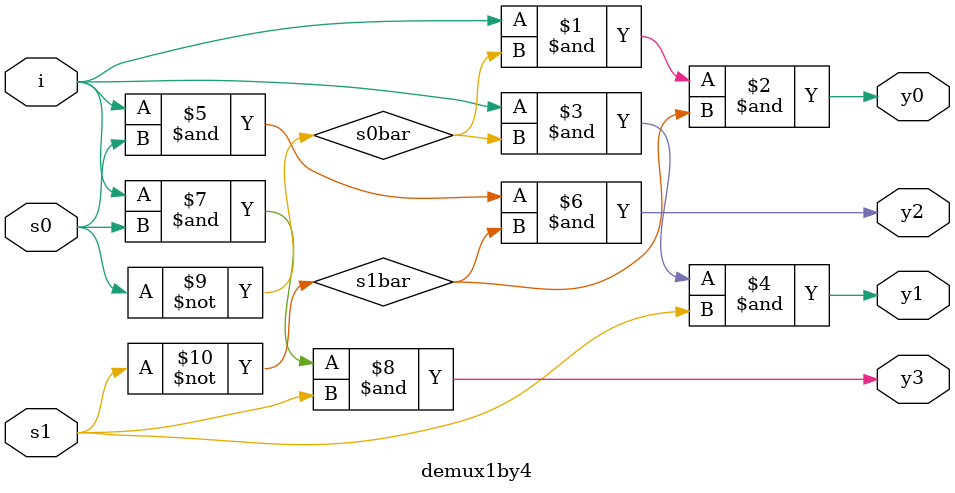
<source format=v>
module demux1by4
  ( input s0,s1,i,
    output y0,y1,y2,y3);
    wire s0bar,s1bar;
  not(s0bar,s0),(s1bar,s1);
  and(y0,i,s0bar,s1bar);
  and(y1,i,s0bar,s1);
  and(y2,i,s0,s1bar);
  and(y3,i,s0,s1);
endmodule

</source>
